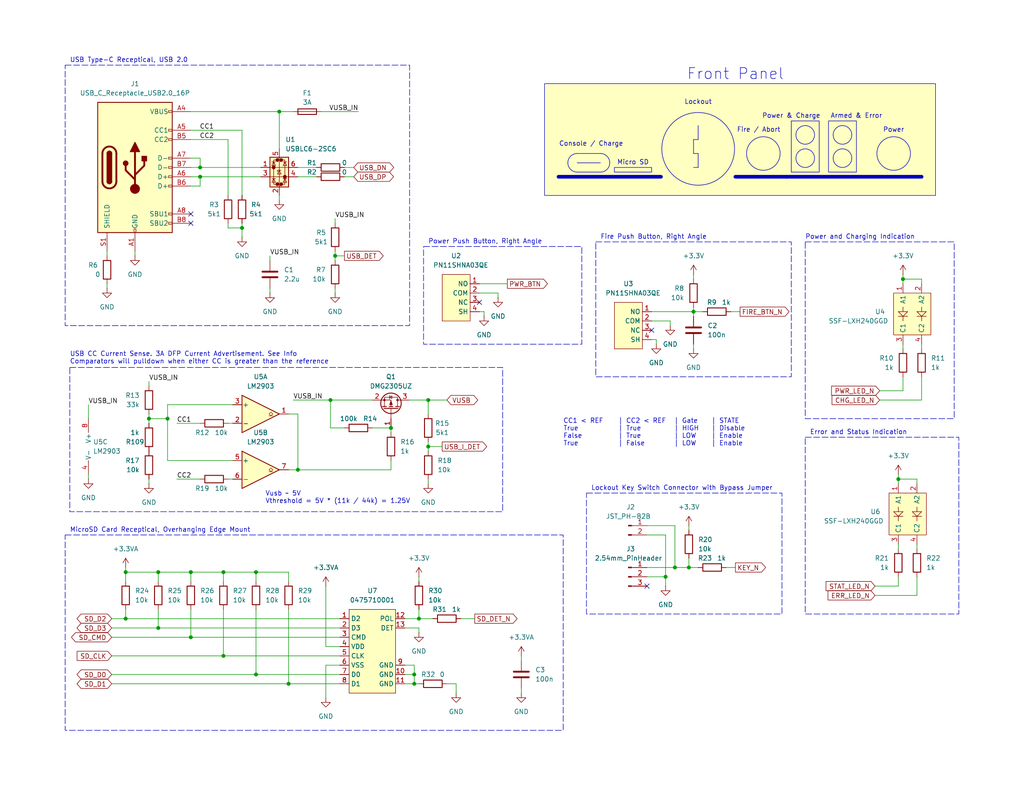
<source format=kicad_sch>
(kicad_sch (version 20231120) (generator "eeschema") (generator_version "8.0")
  (paper "A")
  (title_block (title "Unify") (date "2025-02-26") (rev "1") (company "Rocket Propulsion Group, UNL") (comment 1 "Jack Shaver"))
  (lib_symbols
    (symbol "Comparator:LM2903" (pin_names (offset 0.127))
      (property "Reference" "U" (at 3.81 3.81 0))
      (property "Value" "LM2903" (at 6.35 -3.81 0))
      (symbol "LM2903_1_1"
        (pin open_collector line (at 7.62 0 180) (length 2.54) (name "~") (number "1"))
        (pin input line (at -7.62 -2.54 0) (length 2.54) (name "-") (number "2"))
        (pin input line (at -7.62 2.54 0) (length 2.54) (name "+") (number "3"))
      )
      (symbol "LM2903_2_1"
        (pin input line (at -7.62 2.54 0) (length 2.54) (name "+") (number "5"))
        (pin input line (at -7.62 -2.54 0) (length 2.54) (name "-") (number "6"))
        (pin open_collector line (at 7.62 0 180) (length 2.54) (name "~") (number "7"))
      )
      (symbol "LM2903_3_1"
        (pin power_in line (at -2.54 -7.62 90) (length 3.81) (name "V-") (number "4"))
        (pin power_in line (at -2.54 7.62 270) (length 3.81) (name "V+") (number "8"))
      )
    )
    (symbol "Connector:Conn_01x02_Pin" (pin_names (offset 1.016) hide)
      (property "Reference" "J" (at 0 2.54 0))
      (property "Value" "Conn_01x02_Pin" (at 0 -5.08 0))
      (symbol "Conn_01x02_Pin_1_1"
        (pin passive line (at 5.08 0 180) (length 3.81) (name "Pin_1") (number "1"))
        (pin passive line (at 5.08 -2.54 180) (length 3.81) (name "Pin_2") (number "2"))
      )
    )
    (symbol "Connector:Conn_01x03_Pin" (pin_names (offset 1.016) hide)
      (property "Reference" "J" (at 0 5.08 0))
      (property "Value" "Conn_01x03_Pin" (at 0 -5.08 0))
      (symbol "Conn_01x03_Pin_1_1"
        (pin passive line (at 5.08 2.54 180) (length 3.81) (name "Pin_1") (number "1"))
        (pin passive line (at 5.08 0 180) (length 3.81) (name "Pin_2") (number "2"))
        (pin passive line (at 5.08 -2.54 180) (length 3.81) (name "Pin_3") (number "3"))
      )
    )
    (symbol "Connector:USB_C_Receptacle_USB2.0_16P" (pin_names (offset 1.016))
      (property "Reference" "J" (at 0 22.225 0))
      (property "Value" "USB_C_Receptacle_USB2.0_16P" (at 0 19.685 0))
      (symbol "USB_C_Receptacle_USB2.0_16P_1_1"
        (pin passive line (at 0 -22.86 90) (length 5.08) (name "GND") (number "A1"))
        (pin passive line (at 0 -22.86 90) (length 5.08) hide (name "GND") (number "A12"))
        (pin passive line (at 15.24 15.24 180) (length 5.08) (name "VBUS") (number "A4"))
        (pin bidirectional line (at 15.24 10.16 180) (length 5.08) (name "CC1") (number "A5"))
        (pin bidirectional line (at 15.24 -2.54 180) (length 5.08) (name "D+") (number "A6"))
        (pin bidirectional line (at 15.24 2.54 180) (length 5.08) (name "D-") (number "A7"))
        (pin bidirectional line (at 15.24 -12.7 180) (length 5.08) (name "SBU1") (number "A8"))
        (pin passive line (at 15.24 15.24 180) (length 5.08) hide (name "VBUS") (number "A9"))
        (pin passive line (at 0 -22.86 90) (length 5.08) hide (name "GND") (number "B1"))
        (pin passive line (at 0 -22.86 90) (length 5.08) hide (name "GND") (number "B12"))
        (pin passive line (at 15.24 15.24 180) (length 5.08) hide (name "VBUS") (number "B4"))
        (pin bidirectional line (at 15.24 7.62 180) (length 5.08) (name "CC2") (number "B5"))
        (pin bidirectional line (at 15.24 -5.08 180) (length 5.08) (name "D+") (number "B6"))
        (pin bidirectional line (at 15.24 0 180) (length 5.08) (name "D-") (number "B7"))
        (pin bidirectional line (at 15.24 -15.24 180) (length 5.08) (name "SBU2") (number "B8"))
        (pin passive line (at 15.24 15.24 180) (length 5.08) hide (name "VBUS") (number "B9"))
        (pin passive line (at -7.62 -22.86 90) (length 5.08) (name "SHIELD") (number "S1"))
      )
    )
    (symbol "Device:C" (pin_numbers hide) (pin_names (offset 0.254))
      (property "Reference" "C" (at 0.635 2.54 0))
      (property "Value" "C" (at 0.635 -2.54 0))
      (symbol "C_1_1"
        (pin passive line (at 0 3.81 270) (length 2.794) (name "~") (number "1"))
        (pin passive line (at 0 -3.81 90) (length 2.794) (name "~") (number "2"))
      )
    )
    (symbol "Device:Fuse" (pin_numbers hide) (pin_names (offset 0))
      (property "Reference" "F" (at 2.032 0 90))
      (property "Value" "Fuse" (at -1.905 0 90))
      (symbol "Fuse_1_1"
        (pin passive line (at 0 3.81 270) (length 1.27) (name "~") (number "1"))
        (pin passive line (at 0 -3.81 90) (length 1.27) (name "~") (number "2"))
      )
    )
    (symbol "Device:R" (pin_numbers hide) (pin_names (offset 0))
      (property "Reference" "R" (at 2.032 0 90))
      (property "Value" "R" (at 0 0 90))
      (symbol "R_1_1"
        (pin passive line (at 0 3.81 270) (length 1.27) (name "~") (number "1"))
        (pin passive line (at 0 -3.81 90) (length 1.27) (name "~") (number "2"))
      )
    )
    (symbol "Power_Protection:USBLC6-2SC6" (pin_names hide)
      (property "Reference" "U" (at 0.635 5.715 0))
      (property "Value" "USBLC6-2SC6" (at 0.635 3.81 0))
      (symbol "USBLC6-2SC6_1_1"
        (pin passive line (at -5.08 0 0) (length 2.54) (name "I/O1") (number "1"))
        (pin passive line (at 0 -7.62 90) (length 2.54) (name "GND") (number "2"))
        (pin passive line (at -5.08 -2.54 0) (length 2.54) (name "I/O2") (number "3"))
        (pin passive line (at 5.08 -2.54 180) (length 2.54) (name "I/O2") (number "4"))
        (pin passive line (at 0 5.08 270) (length 2.54) (name "VBUS") (number "5"))
        (pin passive line (at 5.08 0 180) (length 2.54) (name "I/O1") (number "6"))
      )
    )
    (symbol "Transistor_FET:DMG2301L" (pin_names hide)
      (property "Reference" "Q" (at 5.08 1.905 0))
      (property "Value" "DMG2301L" (at 5.08 0 0))
      (symbol "DMG2301L_1_1"
        (pin input line (at -5.08 0 0) (length 2.54) (name "G") (number "1"))
        (pin passive line (at 2.54 -5.08 90) (length 2.54) (name "S") (number "2"))
        (pin passive line (at 2.54 5.08 270) (length 2.54) (name "D") (number "3"))
      )
    )
    (symbol "Unify:0475710001"
      (property "Reference" "U" (at 8.382 5.842 0))
      (property "Value" "0475710001" (at 8.382 3.556 0))
      (symbol "0475710001_0_0"
        (pin unspecified line (at 0 0 0) (length 2.54) (name "D2") (number "1"))
        (pin unspecified line (at 17.78 -15.24 180) (length 2.54) (name "GND") (number "10"))
        (pin unspecified line (at 17.78 -17.78 180) (length 2.54) (name "GND") (number "11"))
        (pin unspecified line (at 17.78 0 180) (length 2.54) (name "POL") (number "12"))
        (pin unspecified line (at 17.78 -2.54 180) (length 2.54) (name "DET") (number "13"))
        (pin unspecified line (at 0 -2.54 0) (length 2.54) (name "D3") (number "2"))
        (pin unspecified line (at 0 -5.08 0) (length 2.54) (name "CMD") (number "3"))
        (pin unspecified line (at 0 -7.62 0) (length 2.54) (name "VDD") (number "4"))
        (pin unspecified line (at 0 -10.16 0) (length 2.54) (name "CLK") (number "5"))
        (pin unspecified line (at 0 -12.7 0) (length 2.54) (name "VSS") (number "6"))
        (pin unspecified line (at 0 -15.24 0) (length 2.54) (name "D0") (number "7"))
        (pin unspecified line (at 0 -17.78 0) (length 2.54) (name "D1") (number "8"))
        (pin unspecified line (at 17.78 -12.7 180) (length 2.54) (name "GND") (number "9"))
      )
    )
    (symbol "Unify:PN11SHNA03QE"
      (property "Reference" "U" (at 0.254 1.524 0))
      (property "Value" "PN11SHNA03QE" (at 0 -0.762 0))
      (symbol "PN11SHNA03QE_0_0"
        (pin unspecified line (at 6.35 -7.62 180) (length 2.54) (name "COM") (number "2"))
        (pin unspecified line (at 6.35 -10.16 180) (length 2.54) (name "NC") (number "3"))
      )
      (symbol "PN11SHNA03QE_1_0"
        (pin unspecified line (at 6.35 -5.08 180) (length 2.54) (name "NO") (number "1"))
        (pin unspecified line (at 6.35 -12.7 180) (length 2.54) (name "SH") (number "4"))
      )
    )
    (symbol "Unify:SSF-LXH240GGD"
      (property "Reference" "U" (at -9.906 2.286 0))
      (property "Value" "SSF-LXH240GGD" (at -15.24 0 0))
      (symbol "SSF-LXH240GGD_0_0"
        (pin unspecified line (at -2.54 6.35 270) (length 2.54) (name "A1") (number "1"))
        (pin unspecified line (at 2.54 6.35 270) (length 2.54) (name "A2") (number "2"))
        (pin unspecified line (at -2.54 -10.16 90) (length 2.54) (name "C1") (number "3"))
        (pin unspecified line (at 2.54 -10.16 90) (length 2.54) (name "C2") (number "4"))
      )
    )
    (symbol "power:+3.3V" (power) (pin_numbers hide) (pin_names (offset 0) hide)
      (property "Value" "+3.3V" (at 0 3.556 0))
      (symbol "+3.3V_1_1"
        (pin power_in line (at 0 0 90) (length 0) (name "~") (number "1"))
      )
    )
    (symbol "power:+3.3VA" (power) (pin_numbers hide) (pin_names (offset 0) hide)
      (property "Value" "+3.3VA" (at 0 3.556 0))
      (symbol "+3.3VA_1_1"
        (pin power_in line (at 0 0 90) (length 0) (name "~") (number "1"))
      )
    )
    (symbol "power:GND" (power) (pin_numbers hide) (pin_names (offset 0) hide)
      (property "Value" "GND" (at 0 -3.81 0))
      (symbol "GND_1_1"
        (pin power_in line (at 0 0 270) (length 0) (name "~") (number "1"))
      )
    )
  )
  (junction (at 43.18 156.21))
  (junction (at 52.07 173.99))
  (junction (at 113.03 186.69))
  (junction (at 40.64 114.3))
  (junction (at 90.17 109.22))
  (junction (at 45.72 114.3))
  (junction (at 60.96 156.21))
  (junction (at 189.23 85.09))
  (junction (at 43.18 171.45))
  (junction (at 245.11 130.81))
  (junction (at 116.84 121.92))
  (junction (at 113.03 184.15))
  (junction (at 116.84 109.22))
  (junction (at 54.61 45.72))
  (junction (at 66.04 62.23))
  (junction (at 76.2 30.48))
  (junction (at 52.07 156.21))
  (junction (at 69.85 184.15))
  (junction (at 34.29 168.91))
  (junction (at 69.85 156.21))
  (junction (at 106.68 116.84))
  (junction (at 181.61 157.48))
  (junction (at 81.28 128.27))
  (junction (at 60.96 179.07))
  (junction (at 91.44 69.85))
  (junction (at 114.3 168.91))
  (junction (at 34.29 156.21))
  (junction (at 187.96 154.94))
  (junction (at 184.15 154.94))
  (junction (at 54.61 48.26))
  (junction (at 78.74 186.69))
  (junction (at 246.38 76.2))
  (no_connect (at 52.07 58.42))
  (no_connect (at 52.07 60.96))
  (no_connect (at 130.81 82.55))
  (no_connect (at 176.53 160.02))
  (no_connect (at 177.8 90.17))
  (wire (pts (xy 181.61 157.48) (xy 181.61 160.02)))
  (wire (pts (xy 251.46 77.47) (xy 251.46 76.2)))
  (wire (pts (xy 110.49 186.69) (xy 113.03 186.69)))
  (wire (pts (xy 52.07 166.37) (xy 52.07 173.99)))
  (wire (pts (xy 91.44 80.01) (xy 91.44 78.74)))
  (wire (pts (xy 60.96 166.37) (xy 60.96 179.07)))
  (wire (pts (xy 30.48 171.45) (xy 43.18 171.45)))
  (wire (pts (xy 189.23 74.93) (xy 189.23 76.2)))
  (polyline (pts (xy 189.23 45.72) (xy 190.5 45.72)))
  (wire (pts (xy 189.23 85.09) (xy 191.77 85.09)))
  (wire (pts (xy 40.64 104.14) (xy 40.64 105.41)))
  (wire (pts (xy 91.44 69.85) (xy 91.44 71.12)))
  (wire (pts (xy 81.28 113.03) (xy 81.28 128.27)))
  (polyline (pts (xy 190.5 38.1) (xy 189.23 38.1)))
  (wire (pts (xy 246.38 95.25) (xy 246.38 93.98)))
  (wire (pts (xy 66.04 62.23) (xy 66.04 64.77)))
  (wire (pts (xy 24.13 130.81) (xy 24.13 129.54)))
  (wire (pts (xy 177.8 85.09) (xy 189.23 85.09)))
  (wire (pts (xy 48.26 130.81) (xy 54.61 130.81)))
  (polyline (pts (xy 189.23 38.1) (xy 189.23 41.91)))
  (wire (pts (xy 116.84 120.65) (xy 116.84 121.92)))
  (wire (pts (xy 78.74 158.75) (xy 78.74 156.21)))
  (wire (pts (xy 66.04 53.34) (xy 66.04 35.56)))
  (wire (pts (xy 54.61 45.72) (xy 71.12 45.72)))
  (wire (pts (xy 130.81 77.47) (xy 138.43 77.47)))
  (wire (pts (xy 250.19 130.81) (xy 245.11 130.81)))
  (wire (pts (xy 62.23 53.34) (xy 62.23 38.1)))
  (wire (pts (xy 245.11 129.54) (xy 245.11 130.81)))
  (polyline (pts (xy 190.5 34.29) (xy 190.5 38.1)))
  (wire (pts (xy 62.23 115.57) (xy 63.5 115.57)))
  (wire (pts (xy 179.07 92.71) (xy 179.07 93.98)))
  (wire (pts (xy 113.03 186.69) (xy 114.3 186.69)))
  (wire (pts (xy 250.19 148.59) (xy 250.19 149.86)))
  (wire (pts (xy 52.07 30.48) (xy 76.2 30.48)))
  (wire (pts (xy 130.81 80.01) (xy 135.89 80.01)))
  (wire (pts (xy 189.23 93.98) (xy 189.23 95.25)))
  (wire (pts (xy 116.84 130.81) (xy 116.84 132.08)))
  (wire (pts (xy 40.64 114.3) (xy 45.72 114.3)))
  (wire (pts (xy 184.15 143.51) (xy 184.15 154.94)))
  (wire (pts (xy 93.98 45.72) (xy 96.52 45.72)))
  (wire (pts (xy 245.11 148.59) (xy 245.11 149.86)))
  (wire (pts (xy 30.48 168.91) (xy 34.29 168.91)))
  (wire (pts (xy 40.64 113.03) (xy 40.64 114.3)))
  (wire (pts (xy 114.3 166.37) (xy 114.3 168.91)))
  (wire (pts (xy 135.89 80.01) (xy 135.89 81.28)))
  (wire (pts (xy 176.53 146.05) (xy 181.61 146.05)))
  (wire (pts (xy 30.48 186.69) (xy 78.74 186.69)))
  (wire (pts (xy 62.23 60.96) (xy 62.23 62.23)))
  (wire (pts (xy 91.44 59.69) (xy 91.44 60.96)))
  (wire (pts (xy 121.92 186.69) (xy 124.46 186.69)))
  (wire (pts (xy 52.07 50.8) (xy 54.61 50.8)))
  (wire (pts (xy 198.12 154.94) (xy 200.66 154.94)))
  (wire (pts (xy 110.49 168.91) (xy 114.3 168.91)))
  (wire (pts (xy 92.71 181.61) (xy 88.9 181.61)))
  (wire (pts (xy 238.76 160.02) (xy 245.11 160.02)))
  (wire (pts (xy 81.28 45.72) (xy 86.36 45.72)))
  (wire (pts (xy 66.04 60.96) (xy 66.04 62.23)))
  (wire (pts (xy 40.64 115.57) (xy 40.64 114.3)))
  (wire (pts (xy 36.83 68.58) (xy 36.83 69.85)))
  (wire (pts (xy 43.18 171.45) (xy 92.71 171.45)))
  (wire (pts (xy 52.07 45.72) (xy 54.61 45.72)))
  (wire (pts (xy 187.96 154.94) (xy 190.5 154.94)))
  (wire (pts (xy 69.85 156.21) (xy 69.85 158.75)))
  (wire (pts (xy 52.07 35.56) (xy 66.04 35.56)))
  (wire (pts (xy 81.28 128.27) (xy 106.68 128.27)))
  (wire (pts (xy 177.8 92.71) (xy 179.07 92.71)))
  (wire (pts (xy 30.48 179.07) (xy 60.96 179.07)))
  (wire (pts (xy 69.85 166.37) (xy 69.85 184.15)))
  (wire (pts (xy 91.44 69.85) (xy 93.98 69.85)))
  (wire (pts (xy 76.2 30.48) (xy 80.01 30.48)))
  (wire (pts (xy 48.26 115.57) (xy 54.61 115.57)))
  (wire (pts (xy 132.08 85.09) (xy 132.08 86.36)))
  (wire (pts (xy 52.07 173.99) (xy 92.71 173.99)))
  (wire (pts (xy 54.61 48.26) (xy 54.61 50.8)))
  (wire (pts (xy 246.38 74.93) (xy 246.38 76.2)))
  (wire (pts (xy 52.07 38.1) (xy 62.23 38.1)))
  (wire (pts (xy 189.23 85.09) (xy 189.23 86.36)))
  (wire (pts (xy 245.11 130.81) (xy 245.11 132.08)))
  (wire (pts (xy 250.19 132.08) (xy 250.19 130.81)))
  (wire (pts (xy 142.24 179.07) (xy 142.24 180.34)))
  (wire (pts (xy 182.88 87.63) (xy 182.88 88.9)))
  (wire (pts (xy 142.24 187.96) (xy 142.24 189.23)))
  (wire (pts (xy 88.9 160.02) (xy 88.9 176.53)))
  (polyline (pts (xy 189.23 41.91) (xy 190.5 41.91)))
  (wire (pts (xy 69.85 184.15) (xy 92.71 184.15)))
  (wire (pts (xy 88.9 181.61) (xy 88.9 190.5)))
  (polyline (pts (xy 152.4 48.26) (xy 180.34 48.26)) (stroke (width 1)))
  (wire (pts (xy 114.3 157.48) (xy 114.3 158.75)))
  (wire (pts (xy 116.84 109.22) (xy 116.84 113.03)))
  (wire (pts (xy 189.23 83.82) (xy 189.23 85.09)))
  (wire (pts (xy 76.2 53.34) (xy 76.2 54.61)))
  (wire (pts (xy 130.81 85.09) (xy 132.08 85.09)))
  (wire (pts (xy 34.29 156.21) (xy 34.29 158.75)))
  (wire (pts (xy 78.74 128.27) (xy 81.28 128.27)))
  (wire (pts (xy 106.68 116.84) (xy 106.68 118.11)))
  (wire (pts (xy 97.79 30.48) (xy 87.63 30.48)))
  (wire (pts (xy 66.04 62.23) (xy 62.23 62.23)))
  (wire (pts (xy 40.64 130.81) (xy 40.64 132.08)))
  (wire (pts (xy 30.48 173.99) (xy 52.07 173.99)))
  (wire (pts (xy 176.53 143.51) (xy 184.15 143.51)))
  (wire (pts (xy 76.2 30.48) (xy 76.2 40.64)))
  (wire (pts (xy 251.46 102.87) (xy 251.46 109.22)))
  (polyline (pts (xy 157.48 44.45) (xy 163.83 44.45)))
  (wire (pts (xy 114.3 171.45) (xy 114.3 172.72)))
  (wire (pts (xy 43.18 166.37) (xy 43.18 171.45)))
  (wire (pts (xy 78.74 113.03) (xy 81.28 113.03)))
  (wire (pts (xy 91.44 68.58) (xy 91.44 69.85)))
  (wire (pts (xy 246.38 76.2) (xy 246.38 77.47)))
  (wire (pts (xy 62.23 130.81) (xy 63.5 130.81)))
  (polyline (pts (xy 157.48 46.99) (xy 163.83 46.99)))
  (wire (pts (xy 52.07 156.21) (xy 52.07 158.75)))
  (wire (pts (xy 88.9 176.53) (xy 92.71 176.53)))
  (wire (pts (xy 93.98 116.84) (xy 90.17 116.84)))
  (wire (pts (xy 110.49 171.45) (xy 114.3 171.45)))
  (wire (pts (xy 181.61 146.05) (xy 181.61 157.48)))
  (wire (pts (xy 116.84 109.22) (xy 111.76 109.22)))
  (wire (pts (xy 52.07 156.21) (xy 43.18 156.21)))
  (wire (pts (xy 54.61 43.18) (xy 54.61 45.72)))
  (wire (pts (xy 238.76 162.56) (xy 250.19 162.56)))
  (wire (pts (xy 34.29 154.94) (xy 34.29 156.21)))
  (wire (pts (xy 113.03 184.15) (xy 113.03 186.69)))
  (wire (pts (xy 101.6 116.84) (xy 106.68 116.84)))
  (wire (pts (xy 240.03 106.68) (xy 246.38 106.68)))
  (wire (pts (xy 45.72 114.3) (xy 45.72 125.73)))
  (wire (pts (xy 54.61 48.26) (xy 71.12 48.26)))
  (wire (pts (xy 29.21 77.47) (xy 29.21 78.74)))
  (wire (pts (xy 176.53 157.48) (xy 181.61 157.48)))
  (wire (pts (xy 43.18 156.21) (xy 34.29 156.21)))
  (wire (pts (xy 73.66 69.85) (xy 73.66 71.12)))
  (wire (pts (xy 199.39 85.09) (xy 201.93 85.09)))
  (wire (pts (xy 24.13 110.49) (xy 24.13 114.3)))
  (polyline (pts (xy 214.63 48.26) (xy 251.46 48.26)) (stroke (width 1)))
  (wire (pts (xy 113.03 181.61) (xy 113.03 184.15)))
  (wire (pts (xy 52.07 48.26) (xy 54.61 48.26)))
  (wire (pts (xy 90.17 109.22) (xy 101.6 109.22)))
  (wire (pts (xy 78.74 186.69) (xy 92.71 186.69)))
  (wire (pts (xy 245.11 157.48) (xy 245.11 160.02)))
  (wire (pts (xy 177.8 87.63) (xy 182.88 87.63)))
  (wire (pts (xy 184.15 154.94) (xy 187.96 154.94)))
  (wire (pts (xy 250.19 162.56) (xy 250.19 157.48)))
  (wire (pts (xy 45.72 110.49) (xy 45.72 114.3)))
  (wire (pts (xy 125.73 168.91) (xy 129.54 168.91)))
  (wire (pts (xy 120.65 121.92) (xy 116.84 121.92)))
  (polyline (pts (xy 190.5 41.91) (xy 190.5 45.72)))
  (wire (pts (xy 43.18 156.21) (xy 43.18 158.75)))
  (wire (pts (xy 251.46 95.25) (xy 251.46 93.98)))
  (wire (pts (xy 81.28 48.26) (xy 86.36 48.26)))
  (wire (pts (xy 90.17 116.84) (xy 90.17 109.22)))
  (wire (pts (xy 34.29 168.91) (xy 92.71 168.91)))
  (wire (pts (xy 187.96 143.51) (xy 187.96 144.78)))
  (wire (pts (xy 73.66 80.01) (xy 73.66 78.74)))
  (wire (pts (xy 45.72 125.73) (xy 63.5 125.73)))
  (wire (pts (xy 116.84 109.22) (xy 121.92 109.22)))
  (wire (pts (xy 60.96 156.21) (xy 52.07 156.21)))
  (wire (pts (xy 78.74 156.21) (xy 69.85 156.21)))
  (wire (pts (xy 187.96 152.4) (xy 187.96 154.94)))
  (wire (pts (xy 69.85 156.21) (xy 60.96 156.21)))
  (wire (pts (xy 80.01 109.22) (xy 90.17 109.22)))
  (wire (pts (xy 106.68 125.73) (xy 106.68 128.27)))
  (wire (pts (xy 60.96 156.21) (xy 60.96 158.75)))
  (polyline (pts (xy 200.66 48.26) (xy 214.63 48.26)) (stroke (width 1)))
  (wire (pts (xy 34.29 166.37) (xy 34.29 168.91)))
  (wire (pts (xy 52.07 43.18) (xy 54.61 43.18)))
  (wire (pts (xy 110.49 181.61) (xy 113.03 181.61)))
  (wire (pts (xy 93.98 48.26) (xy 96.52 48.26)))
  (wire (pts (xy 176.53 154.94) (xy 184.15 154.94)))
  (wire (pts (xy 251.46 109.22) (xy 240.03 109.22)))
  (wire (pts (xy 124.46 186.69) (xy 124.46 189.23)))
  (polyline (pts (xy 157.48 41.91) (xy 163.83 41.91)))
  (wire (pts (xy 30.48 184.15) (xy 69.85 184.15)))
  (wire (pts (xy 246.38 102.87) (xy 246.38 106.68)))
  (wire (pts (xy 116.84 121.92) (xy 116.84 123.19)))
  (wire (pts (xy 110.49 184.15) (xy 113.03 184.15)))
  (wire (pts (xy 251.46 76.2) (xy 246.38 76.2)))
  (wire (pts (xy 114.3 168.91) (xy 118.11 168.91)))
  (wire (pts (xy 29.21 68.58) (xy 29.21 69.85)))
  (wire (pts (xy 78.74 166.37) (xy 78.74 186.69)))
  (wire (pts (xy 60.96 179.07) (xy 92.71 179.07)))
  (wire (pts (xy 63.5 110.49) (xy 45.72 110.49)))
  (arc (start 154.94 44.45) (mid 155.6839 42.6539) (end 157.48 41.91))
  (circle (center 229.87 36.83) (radius 2.54))
  (rectangle (start 115.57 67.31) (end 158.75 93.98) (stroke (width 0) (type dash)))
  (rectangle (start 148.59 22.86) (end 255.27 53.34) (fill (type color) (color 255 255 194 1)))
  (rectangle (start 160.02 134.62) (end 213.36 167.64) (stroke (width 0) (type dash)))
  (rectangle (start 167.64 45.72) (end 177.8 46.99))
  (arc (start 163.83 41.91) (mid 165.6261 42.6539) (end 166.37 44.45))
  (rectangle (start 19.05 100.33) (end 137.16 139.7) (stroke (width 0) (type dash)))
  (rectangle (start 215.9 33.02) (end 223.52 46.99))
  (arc (start 157.48 46.99) (mid 155.6839 46.2461) (end 154.94 44.45))
  (rectangle (start 162.56 66.04) (end 215.9 102.87) (stroke (width 0) (type dash)))
  (circle (center 219.71 43.18) (radius 2.54))
  (rectangle (start 17.78 17.78) (end 111.76 88.9) (stroke (width 0) (type dash)))
  (circle (center 229.87 43.18) (radius 2.54))
  (circle (center 243.84 41.91) (radius 4.5791))
  (arc (start 166.37 44.45) (mid 165.6261 46.2461) (end 163.83 46.99))
  (rectangle (start 219.71 119.38) (end 261.62 167.64) (stroke (width 0) (type dash)))
  (circle (center 219.71 36.83) (radius 2.54))
  (circle (center 208.28 41.91) (radius 4.5791))
  (rectangle (start 219.71 66.04) (end 260.35 114.3) (stroke (width 0) (type dash)))
  (rectangle (start 17.78 146.05) (end 153.67 199.39) (stroke (width 0) (type dash)))
  (circle (center 190.5 40.64) (radius 9.919))
  (rectangle (start 226.06 33.02) (end 233.68 46.99))
  (text "Fire Push Button, Right Angle " (at 163.83 64.77 0) (effects (font (size 1.27 1.27)) (justify left)))
  (text "Vusb ~ 5V\nVthreshold = 5V * (11k / 44k) = 1.25V" (at 72.39 135.89 0) (effects (font (size 1.27 1.27)) (justify left)))
  (text "MicroSD Card Receptical, Overhanging Edge Mount" (at 19.05 144.78 0) (effects (font (size 1.27 1.27)) (justify left)))
  (text "USB Type-C Receptical, USB 2.0" (at 19.05 16.51 0) (effects (font (size 1.27 1.27)) (justify left)))
  (text "Console / Charge" (at 161.29 39.37 0) (effects (font (size 1.27 1.27))))
  (text "USB CC Current Sense. 3A DFP Current Advertisement. See Info\nComparators will pulldown when either CC is greater than the reference\n" (at 19.05 97.79 0) (effects (font (size 1.27 1.27)) (justify left)))
  (text "Micro SD\n" (at 172.72 44.45 0) (effects (font (size 1.27 1.27))))
  (text "Error and Status Indication" (at 220.98 118.11 0) (effects (font (size 1.27 1.27)) (justify left)))
  (text "Power\n" (at 243.84 35.56 0) (effects (font (size 1.27 1.27))))
  (text "Armed & Error" (at 233.68 31.75 0) (effects (font (size 1.27 1.27))))
  (text "Front Panel" (at 200.66 20.32 0) (effects (font (size 3 3))))
  (text "CC1 < REF	| CC2 < REF	| Gate	| STATE\nTrue		| True		| HIGH	| Disable\nFalse		| True		| LOW	| Enable\nTrue		| False		| LOW	| Enable\n" (at 153.67 118.11 0) (effects (font (size 1.27 1.27)) (justify left)))
  (text "Lockout Key Switch Connector with Bypass Jumper" (at 161.29 133.35 0) (effects (font (size 1.27 1.27)) (justify left)))
  (text "Power and Charging Indication" (at 219.71 64.77 0) (effects (font (size 1.27 1.27)) (justify left)))
  (text "Power Push Button, Right Angle " (at 116.84 66.04 0) (effects (font (size 1.27 1.27)) (justify left)))
  (text "Lockout\n" (at 190.5 27.94 0) (effects (font (size 1.27 1.27))))
  (text "Power & Charge" (at 215.9 31.75 0) (effects (font (size 1.27 1.27))))
  (text "Fire / Abort" (at 207.01 35.56 0) (effects (font (size 1.27 1.27))))
  (label "VUSB_IN" (at 91.44 59.69 0))
  (label "CC2" (at 58.42 38.1 180))
  (label "VUSB_IN" (at 24.13 110.49 0))
  (label "VUSB_IN" (at 73.66 69.85 0))
  (label "VUSB_IN" (at 97.79 30.48 180))
  (label "VUSB_IN" (at 80.01 109.22 0))
  (label "CC1" (at 48.26 115.57 0))
  (label "VUSB_IN" (at 40.64 104.14 0))
  (label "CC2" (at 48.26 130.81 0))
  (label "CC1" (at 58.42 35.56 180))
  (global_label "USB_DP" (shape bidirectional) (at 96.52 48.26 0) (property "Intersheetrefs" "${INTERSHEET_REFS}" (effects (hide yes))))
  (global_label "PWR_BTN" (shape output) (at 138.43 77.47 0) (property "Intersheetrefs" "${INTERSHEET_REFS}" (effects (hide yes))))
  (global_label "STAT_LED_N" (shape input) (at 238.76 160.02 180) (property "Intersheetrefs" "${INTERSHEET_REFS}" (effects (hide yes))))
  (global_label "SD_D3" (shape bidirectional) (at 30.48 171.45 180) (property "Intersheetrefs" "${INTERSHEET_REFS}" (effects (hide yes))))
  (global_label "FIRE_BTN_N" (shape output) (at 201.93 85.09 0) (property "Intersheetrefs" "${INTERSHEET_REFS}" (effects (hide yes))))
  (global_label "SD_CLK" (shape input) (at 30.48 179.07 180) (property "Intersheetrefs" "${INTERSHEET_REFS}" (effects (hide yes))))
  (global_label "KEY_N" (shape output) (at 200.66 154.94 0) (property "Intersheetrefs" "${INTERSHEET_REFS}" (effects (hide yes))))
  (global_label "ERR_LED_N" (shape input) (at 238.76 162.56 180) (property "Intersheetrefs" "${INTERSHEET_REFS}" (effects (hide yes))))
  (global_label "CHG_LED_N" (shape input) (at 240.03 109.22 180) (property "Intersheetrefs" "${INTERSHEET_REFS}" (effects (hide yes))))
  (global_label "USB_DN" (shape bidirectional) (at 96.52 45.72 0) (property "Intersheetrefs" "${INTERSHEET_REFS}" (effects (hide yes))))
  (global_label "VUSB" (shape bidirectional) (at 121.92 109.22 0) (property "Intersheetrefs" "${INTERSHEET_REFS}" (effects (hide yes))))
  (global_label "USB_I_DET" (shape output) (at 120.65 121.92 0) (property "Intersheetrefs" "${INTERSHEET_REFS}" (effects (hide yes))))
  (global_label "SD_CMD" (shape bidirectional) (at 30.48 173.99 180) (property "Intersheetrefs" "${INTERSHEET_REFS}" (effects (hide yes))))
  (global_label "USB_DET" (shape output) (at 93.98 69.85 0) (property "Intersheetrefs" "${INTERSHEET_REFS}" (effects (hide yes))))
  (global_label "PWR_LED_N" (shape input) (at 240.03 106.68 180) (property "Intersheetrefs" "${INTERSHEET_REFS}" (effects (hide yes))))
  (global_label "SD_D2" (shape bidirectional) (at 30.48 168.91 180) (property "Intersheetrefs" "${INTERSHEET_REFS}" (effects (hide yes))))
  (global_label "SD_D0" (shape bidirectional) (at 30.48 184.15 180) (property "Intersheetrefs" "${INTERSHEET_REFS}" (effects (hide yes))))
  (global_label "SD_D1" (shape bidirectional) (at 30.48 186.69 180) (property "Intersheetrefs" "${INTERSHEET_REFS}" (effects (hide yes))))
  (global_label "SD_DET_N" (shape output) (at 129.54 168.91 0) (property "Intersheetrefs" "${INTERSHEET_REFS}" (effects (hide yes))))
  (symbol (lib_id "Comparator:LM2903") (at 71.12 128.27 0) (unit 2)
    (property "Reference" "U5" (at 71.12 118.11 0))
    (property "Value" "LM2903" (at 71.12 120.65 0))
    (property "Footprint" "Package_SO:SOIC-8_3.9x4.9mm_P1.27mm" (effects (hide yes)))
    (property "Datasheet" "http://www.ti.com/lit/ds/symlink/lm393.pdf" (effects (hide yes)))
    (property "Description" "Low-Power, Low-Offset Voltage, Dual Comparators, DIP-8/SOIC-8/SOP-8/TSSOP-8/VSSOP-8" (effects (hide yes)))
  )
  (symbol (lib_id "power:+3.3VA") (at 34.29 154.94 0) (unit 1)
    (property "Reference" "#PWR017" (effects (hide yes)))
    (property "Value" "+3.3VA" (at 34.29 149.86 0))
    (property "Description" "Power symbol creates a global label with name \"+3.3VA\"" (effects (hide yes)))
  )
  (symbol (lib_id "Device:R") (at 69.85 162.56 0) (unit 1)
    (property "Reference" "R28" (at 72.39 161.2899 0) (effects (justify left)))
    (property "Value" "10k" (at 72.39 163.8299 0) (effects (justify left)))
    (property "Footprint" "Resistor_SMD:R_0603_1608Metric" (effects (hide yes)))
    (property "Description" "Resistor" (effects (hide yes)))
  )
  (symbol (lib_id "Transistor_FET:DMG2301L") (at 106.68 111.76 270) (mirror x) (unit 1)
    (property "Reference" "Q1" (at 106.68 102.87 90))
    (property "Value" "DMG2305UZ" (at 106.68 105.41 90))
    (property "Footprint" "Package_TO_SOT_SMD:SOT-23" (effects (hide yes)))
    (property "Description" "-4.2A Id, -20V Vds, P-Channel MOSFET, SOT-23" (effects (hide yes)))
  )
  (symbol (lib_id "Device:C") (at 73.66 74.93 0) (unit 1)
    (property "Reference" "C1" (at 77.47 73.6599 0) (effects (justify left)))
    (property "Value" "2.2u" (at 77.47 76.1999 0) (effects (justify left)))
    (property "Footprint" "Capacitor_SMD:C_0603_1608Metric" (effects (hide yes)))
    (property "Description" "Unpolarized capacitor" (effects (hide yes)))
  )
  (symbol (lib_id "Device:R") (at 40.64 119.38 0) (mirror x) (unit 1)
    (property "Reference" "R109" (at 34.29 120.65 0) (effects (justify left)))
    (property "Value" "1k" (at 35.56 118.11 0) (effects (justify left)))
    (property "Footprint" "Resistor_SMD:R_0603_1608Metric" (effects (hide yes)))
    (property "Description" "Resistor" (effects (hide yes)))
  )
  (symbol (lib_id "power:GND") (at 135.89 81.28 0) (mirror y) (unit 1)
    (property "Reference" "#PWR09" (effects (hide yes)))
    (property "Value" "GND" (at 135.89 86.36 0))
    (property "Description" "Power symbol creates a global label with name \"GND\" , ground" (effects (hide yes)))
  )
  (symbol (lib_id "Device:R") (at 246.38 99.06 0) (mirror y) (unit 1)
    (property "Reference" "R10" (at 243.84 97.7899 0) (effects (justify left)))
    (property "Value" "1k" (at 243.84 100.3299 0) (effects (justify left)))
    (property "Footprint" "Resistor_SMD:R_0603_1608Metric" (effects (hide yes)))
    (property "Description" "Resistor" (effects (hide yes)))
  )
  (symbol (lib_id "Device:R") (at 90.17 45.72 90) (unit 1)
    (property "Reference" "R1" (at 85.09 44.45 90))
    (property "Value" "0" (at 93.98 44.45 90))
    (property "Footprint" "Resistor_SMD:R_0603_1608Metric" (effects (hide yes)))
    (property "Description" "Resistor" (effects (hide yes)))
  )
  (symbol (lib_id "power:GND") (at 142.24 189.23 0) (unit 1)
    (property "Reference" "#PWR024" (effects (hide yes)))
    (property "Value" "GND" (at 142.24 194.31 0))
    (property "Description" "Power symbol creates a global label with name \"GND\" , ground" (effects (hide yes)))
  )
  (symbol (lib_id "Comparator:LM2903") (at 71.12 113.03 0) (unit 1)
    (property "Reference" "U5" (at 71.12 102.87 0))
    (property "Value" "LM2903" (at 71.12 105.41 0))
    (property "Footprint" "Package_SO:SOIC-8_3.9x4.9mm_P1.27mm" (effects (hide yes)))
    (property "Datasheet" "http://www.ti.com/lit/ds/symlink/lm393.pdf" (effects (hide yes)))
    (property "Description" "Low-Power, Low-Offset Voltage, Dual Comparators, DIP-8/SOIC-8/SOP-8/TSSOP-8/VSSOP-8" (effects (hide yes)))
  )
  (symbol (lib_id "Device:R") (at 40.64 109.22 0) (mirror y) (unit 1)
    (property "Reference" "R13" (at 38.1 107.9499 0) (effects (justify left)))
    (property "Value" "33k" (at 38.1 110.4899 0) (effects (justify left)))
    (property "Footprint" "Resistor_SMD:R_0603_1608Metric" (effects (hide yes)))
    (property "Description" "Resistor" (effects (hide yes)))
  )
  (symbol (lib_id "Unify:SSF-LXH240GGD") (at 248.92 83.82 0) (unit 1)
    (property "Reference" "U4" (at 238.76 85.09 0) (effects (justify left)))
    (property "Value" "SSF-LXH240GGD" (at 226.06 87.63 0) (effects (justify left)))
    (property "Footprint" "Unify:SSF-LXH240GGD" (effects (hide yes)))
    (property "Description" "Dual Green LED Indicator" (effects (hide yes)))
  )
  (symbol (lib_id "Device:R") (at 97.79 116.84 270) (unit 1)
    (property "Reference" "R14" (at 99.06 114.3 90) (effects (justify left)))
    (property "Value" "100k" (at 92.71 114.3 90) (effects (justify left)))
    (property "Footprint" "Resistor_SMD:R_0603_1608Metric" (effects (hide yes)))
    (property "Description" "Resistor" (effects (hide yes)))
  )
  (symbol (lib_id "Device:R") (at 116.84 116.84 0) (mirror y) (unit 1)
    (property "Reference" "R15" (at 120.65 115.57 0))
    (property "Value" "5k1" (at 120.65 118.11 0))
    (property "Footprint" "Resistor_SMD:R_0603_1608Metric" (effects (hide yes)))
    (property "Description" "Resistor" (effects (hide yes)))
  )
  (symbol (lib_id "Device:R") (at 121.92 168.91 90) (mirror x) (unit 1)
    (property "Reference" "R31" (at 121.92 166.37 90) (effects (justify left)))
    (property "Value" "1k" (at 125.73 166.37 90) (effects (justify left)))
    (property "Footprint" "Resistor_SMD:R_0603_1608Metric" (effects (hide yes)))
    (property "Description" "Resistor" (effects (hide yes)))
  )
  (symbol (lib_id "Device:R") (at 43.18 162.56 0) (unit 1)
    (property "Reference" "R25" (at 45.72 161.2899 0) (effects (justify left)))
    (property "Value" "10k" (at 45.72 163.8299 0) (effects (justify left)))
    (property "Footprint" "Resistor_SMD:R_0603_1608Metric" (effects (hide yes)))
    (property "Description" "Resistor" (effects (hide yes)))
  )
  (symbol (lib_id "power:GND") (at 24.13 130.81 0) (unit 1)
    (property "Reference" "#PWR013" (effects (hide yes)))
    (property "Value" "GND" (at 24.13 135.89 0))
    (property "Description" "Power symbol creates a global label with name \"GND\" , ground" (effects (hide yes)))
  )
  (symbol (lib_id "power:+3.3V") (at 187.96 143.51 0) (unit 1)
    (property "Reference" "#PWR016" (effects (hide yes)))
    (property "Value" "+3.3V" (at 187.96 138.43 0))
    (property "Description" "Power symbol creates a global label with name \"+3.3V\"" (effects (hide yes)))
  )
  (symbol (lib_id "Device:C") (at 189.23 90.17 0) (unit 1)
    (property "Reference" "C2" (at 193.04 88.8999 0) (effects (justify left)))
    (property "Value" "100n" (at 193.04 91.4399 0) (effects (justify left)))
    (property "Footprint" "Capacitor_SMD:C_0603_1608Metric" (effects (hide yes)))
    (property "Description" "Unpolarized capacitor" (effects (hide yes)))
  )
  (symbol (lib_id "power:+3.3V") (at 245.11 129.54 0) (unit 1)
    (property "Reference" "#PWR012" (effects (hide yes)))
    (property "Value" "+3.3V" (at 245.11 124.46 0))
    (property "Description" "Power symbol creates a global label with name \"+3.3V\"" (effects (hide yes)))
  )
  (symbol (lib_id "Device:R") (at 114.3 162.56 0) (unit 1)
    (property "Reference" "R30" (at 116.84 161.2899 0) (effects (justify left)))
    (property "Value" "10k" (at 116.84 163.8299 0) (effects (justify left)))
    (property "Footprint" "Resistor_SMD:R_0603_1608Metric" (effects (hide yes)))
    (property "Description" "Resistor" (effects (hide yes)))
  )
  (symbol (lib_id "Comparator:LM2903") (at 26.67 121.92 0) (unit 3)
    (property "Reference" "U5" (at 25.4 120.6499 0) (effects (justify left)))
    (property "Value" "LM2903" (at 25.4 123.1899 0) (effects (justify left)))
    (property "Footprint" "Package_SO:SOIC-8_3.9x4.9mm_P1.27mm" (effects (hide yes)))
    (property "Datasheet" "http://www.ti.com/lit/ds/symlink/lm393.pdf" (effects (hide yes)))
    (property "Description" "Low-Power, Low-Offset Voltage, Dual Comparators, DIP-8/SOIC-8/SOP-8/TSSOP-8/VSSOP-8" (effects (hide yes)))
  )
  (symbol (lib_id "Device:R") (at 187.96 148.59 0) (unit 1)
    (property "Reference" "R20" (at 190.5 147.3199 0) (effects (justify left)))
    (property "Value" "10k" (at 190.5 149.8599 0) (effects (justify left)))
    (property "Footprint" "Resistor_SMD:R_0603_1608Metric" (effects (hide yes)))
    (property "Description" "Resistor" (effects (hide yes)))
  )
  (symbol (lib_id "Unify:0475710001") (at 92.71 168.91 0) (unit 1)
    (property "Reference" "U7" (at 101.6 161.29 0))
    (property "Value" "0475710001" (at 101.6 163.83 0))
    (property "Footprint" "Unify:47571-0001_MOL" (effects (hide yes)))
    (property "Description" "Micro SD Card Receptical, Right Angle, Detection" (effects (hide yes)))
  )
  (symbol (lib_id "power:GND") (at 179.07 93.98 0) (mirror y) (unit 1)
    (property "Reference" "#PWR0196" (effects (hide yes)))
    (property "Value" "GND" (at 179.07 99.06 0))
    (property "Description" "Power symbol creates a global label with name \"GND\" , ground" (effects (hide yes)))
  )
  (symbol (lib_id "power:GND") (at 116.84 132.08 0) (unit 1)
    (property "Reference" "#PWR015" (effects (hide yes)))
    (property "Value" "GND" (at 116.84 137.16 0))
    (property "Description" "Power symbol creates a global label with name \"GND\" , ground" (effects (hide yes)))
  )
  (symbol (lib_id "power:GND") (at 76.2 54.61 0) (unit 1)
    (property "Reference" "#PWR01" (effects (hide yes)))
    (property "Value" "GND" (at 76.2 59.69 0))
    (property "Description" "Power symbol creates a global label with name \"GND\" , ground" (effects (hide yes)))
  )
  (symbol (lib_id "Device:C") (at 142.24 184.15 0) (unit 1)
    (property "Reference" "C3" (at 146.05 182.8799 0) (effects (justify left)))
    (property "Value" "100n" (at 146.05 185.4199 0) (effects (justify left)))
    (property "Footprint" "Capacitor_SMD:C_0603_1608Metric" (effects (hide yes)))
    (property "Description" "Unpolarized capacitor" (effects (hide yes)))
  )
  (symbol (lib_id "Device:R") (at 29.21 73.66 180) (unit 1)
    (property "Reference" "R6" (at 25.4 72.39 0))
    (property "Value" "0" (at 26.67 74.93 0))
    (property "Footprint" "Resistor_SMD:R_0603_1608Metric" (effects (hide yes)))
    (property "Description" "Resistor" (effects (hide yes)))
  )
  (symbol (lib_id "Device:R") (at 34.29 162.56 0) (unit 1)
    (property "Reference" "R24" (at 36.83 161.2899 0) (effects (justify left)))
    (property "Value" "10k" (at 36.83 163.8299 0) (effects (justify left)))
    (property "Footprint" "Resistor_SMD:R_0603_1608Metric" (effects (hide yes)))
    (property "Description" "Resistor" (effects (hide yes)))
  )
  (symbol (lib_id "Device:R") (at 52.07 162.56 0) (unit 1)
    (property "Reference" "R26" (at 54.61 161.2899 0) (effects (justify left)))
    (property "Value" "10k" (at 54.61 163.8299 0) (effects (justify left)))
    (property "Footprint" "Resistor_SMD:R_0603_1608Metric" (effects (hide yes)))
    (property "Description" "Resistor" (effects (hide yes)))
  )
  (symbol (lib_id "power:+3.3V") (at 114.3 157.48 0) (unit 1)
    (property "Reference" "#PWR018" (effects (hide yes)))
    (property "Value" "+3.3V" (at 114.3 152.4 0))
    (property "Description" "Power symbol creates a global label with name \"+3.3V\"" (effects (hide yes)))
  )
  (symbol (lib_id "power:GND") (at 124.46 189.23 0) (unit 1)
    (property "Reference" "#PWR023" (effects (hide yes)))
    (property "Value" "GND" (at 124.46 194.31 0))
    (property "Description" "Power symbol creates a global label with name \"GND\" , ground" (effects (hide yes)))
  )
  (symbol (lib_id "Device:R") (at 60.96 162.56 0) (unit 1)
    (property "Reference" "R27" (at 63.5 161.2899 0) (effects (justify left)))
    (property "Value" "10k" (at 63.5 163.8299 0) (effects (justify left)))
    (property "Footprint" "Resistor_SMD:R_0603_1608Metric" (effects (hide yes)))
    (property "Description" "Resistor" (effects (hide yes)))
  )
  (symbol (lib_id "power:+3.3VA") (at 142.24 179.07 0) (unit 1)
    (property "Reference" "#PWR022" (effects (hide yes)))
    (property "Value" "+3.3VA" (at 142.24 173.99 0))
    (property "Description" "Power symbol creates a global label with name \"+3.3VA\"" (effects (hide yes)))
  )
  (symbol (lib_id "Unify:PN11SHNA03QE") (at 124.46 72.39 0) (unit 1)
    (property "Reference" "U2" (at 124.46 69.85 0))
    (property "Value" "PN11SHNA03QE" (at 125.73 72.39 0))
    (property "Footprint" "Unify:PN11SHNA03QE" (effects (hide yes)))
    (property "Description" "Push Button Right Angle Momentary Switch" (effects (hide yes)))
  )
  (symbol (lib_id "Device:R") (at 106.68 121.92 0) (unit 1)
    (property "Reference" "R16" (at 109.22 120.6499 0) (effects (justify left)))
    (property "Value" "1k" (at 109.22 123.1899 0) (effects (justify left)))
    (property "Footprint" "Resistor_SMD:R_0603_1608Metric" (effects (hide yes)))
    (property "Description" "Resistor" (effects (hide yes)))
  )
  (symbol (lib_id "Device:R") (at 90.17 48.26 90) (unit 1)
    (property "Reference" "R2" (at 85.09 46.99 90))
    (property "Value" "0" (at 93.98 46.99 90))
    (property "Footprint" "Resistor_SMD:R_0603_1608Metric" (effects (hide yes)))
    (property "Description" "Resistor" (effects (hide yes)))
  )
  (symbol (lib_id "power:GND") (at 40.64 132.08 0) (unit 1)
    (property "Reference" "#PWR014" (effects (hide yes)))
    (property "Value" "GND" (at 40.64 137.16 0))
    (property "Description" "Power symbol creates a global label with name \"GND\" , ground" (effects (hide yes)))
  )
  (symbol (lib_id "power:+3.3V") (at 246.38 74.93 0) (unit 1)
    (property "Reference" "#PWR05" (effects (hide yes)))
    (property "Value" "+3.3V" (at 246.38 69.85 0))
    (property "Description" "Power symbol creates a global label with name \"+3.3V\"" (effects (hide yes)))
  )
  (symbol (lib_id "Device:R") (at 250.19 153.67 0) (unit 1)
    (property "Reference" "R22" (at 252.73 152.3999 0) (effects (justify left)))
    (property "Value" "1k" (at 252.73 154.9399 0) (effects (justify left)))
    (property "Footprint" "Resistor_SMD:R_0603_1608Metric" (effects (hide yes)))
    (property "Description" "Resistor" (effects (hide yes)))
  )
  (symbol (lib_id "Device:R") (at 62.23 57.15 0) (unit 1)
    (property "Reference" "R3" (at 58.42 55.88 0))
    (property "Value" "5k1" (at 58.42 58.42 0))
    (property "Footprint" "Resistor_SMD:R_0603_1608Metric" (effects (hide yes)))
    (property "Description" "Resistor" (effects (hide yes)))
  )
  (symbol (lib_id "Device:R") (at 66.04 57.15 0) (unit 1)
    (property "Reference" "R4" (at 69.85 55.88 0))
    (property "Value" "5k1" (at 69.85 58.42 0))
    (property "Footprint" "Resistor_SMD:R_0603_1608Metric" (effects (hide yes)))
    (property "Description" "Resistor" (effects (hide yes)))
  )
  (symbol (lib_id "power:GND") (at 91.44 80.01 0) (mirror y) (unit 1)
    (property "Reference" "#PWR08" (effects (hide yes)))
    (property "Value" "GND" (at 91.44 85.09 0))
    (property "Description" "Power symbol creates a global label with name \"GND\" , ground" (effects (hide yes)))
  )
  (symbol (lib_id "Device:R") (at 91.44 74.93 0) (mirror y) (unit 1)
    (property "Reference" "R7" (at 88.9 73.6599 0) (effects (justify left)))
    (property "Value" "10k" (at 88.9 76.1999 0) (effects (justify left)))
    (property "Footprint" "Resistor_SMD:R_0603_1608Metric" (effects (hide yes)))
    (property "Description" "Resistor" (effects (hide yes)))
  )
  (symbol (lib_id "Power_Protection:USBLC6-2SC6") (at 76.2 45.72 0) (unit 1)
    (property "Reference" "U1" (at 77.8511 38.1 0) (effects (justify left)))
    (property "Value" "USBLC6-2SC6" (at 77.8511 40.64 0) (effects (justify left)))
    (property "Footprint" "Package_TO_SOT_SMD:SOT-23-6" (effects (hide yes)))
    (property "Datasheet" "https://www.st.com/resource/en/datasheet/usblc6-2.pdf" (effects (hide yes)))
    (property "Description" "Very low capacitance ESD protection diode, 2 data-line, SOT-23-6" (effects (hide yes)))
  )
  (symbol (lib_id "Device:R") (at 194.31 154.94 90) (mirror x) (unit 1)
    (property "Reference" "R23" (at 194.31 152.4 90) (effects (justify left)))
    (property "Value" "1k" (at 198.12 152.4 90) (effects (justify left)))
    (property "Footprint" "Resistor_SMD:R_0603_1608Metric" (effects (hide yes)))
    (property "Description" "Resistor" (effects (hide yes)))
  )
  (symbol (lib_id "Device:R") (at 245.11 153.67 0) (mirror y) (unit 1)
    (property "Reference" "R21" (at 242.57 152.3999 0) (effects (justify left)))
    (property "Value" "1k" (at 242.57 154.9399 0) (effects (justify left)))
    (property "Footprint" "Resistor_SMD:R_0603_1608Metric" (effects (hide yes)))
    (property "Description" "Resistor" (effects (hide yes)))
  )
  (symbol (lib_id "power:GND") (at 182.88 88.9 0) (unit 1)
    (property "Reference" "#PWR010" (effects (hide yes)))
    (property "Value" "GND" (at 182.88 93.98 0))
    (property "Description" "Power symbol creates a global label with name \"GND\" , ground" (effects (hide yes)))
  )
  (symbol (lib_id "Device:R") (at 195.58 85.09 90) (mirror x) (unit 1)
    (property "Reference" "R9" (at 195.58 82.55 90) (effects (justify left)))
    (property "Value" "1k" (at 199.39 82.55 90) (effects (justify left)))
    (property "Footprint" "Resistor_SMD:R_0603_1608Metric" (effects (hide yes)))
    (property "Description" "Resistor" (effects (hide yes)))
  )
  (symbol (lib_id "Device:R") (at 116.84 127 0) (unit 1)
    (property "Reference" "R18" (at 119.38 125.7299 0) (effects (justify left)))
    (property "Value" "10k" (at 119.38 128.2699 0) (effects (justify left)))
    (property "Footprint" "Resistor_SMD:R_0603_1608Metric" (effects (hide yes)))
    (property "Description" "Resistor" (effects (hide yes)))
  )
  (symbol (lib_id "Device:Fuse") (at 83.82 30.48 90) (unit 1)
    (property "Reference" "F1" (at 83.82 25.4 90))
    (property "Value" "3A" (at 83.82 27.94 90))
    (property "Footprint" "Fuse:Fuse_1206_3216Metric" (effects (hide yes)))
    (property "Description" "Fuse" (effects (hide yes)))
  )
  (symbol (lib_id "Device:R") (at 91.44 64.77 0) (unit 1)
    (property "Reference" "R5" (at 87.63 63.5 0))
    (property "Value" "5k1" (at 87.63 66.04 0))
    (property "Footprint" "Resistor_SMD:R_0603_1608Metric" (effects (hide yes)))
    (property "Description" "Resistor" (effects (hide yes)))
  )
  (symbol (lib_id "Connector:USB_C_Receptacle_USB2.0_16P") (at 36.83 45.72 0) (unit 1)
    (property "Reference" "J1" (at 36.83 22.86 0))
    (property "Value" "USB_C_Receptacle_USB2.0_16P" (at 36.83 25.4 0))
    (property "Footprint" "Connector_USB:USB_C_Receptacle_GCT_USB4105-xx-A_16P_TopMnt_Horizontal" (effects (hide yes)))
    (property "Datasheet" "https://www.usb.org/sites/default/files/documents/usb_type-c.zip" (effects (hide yes)))
    (property "Description" "USB 2.0-only 16P Type-C Receptacle connector" (effects (hide yes)))
  )
  (symbol (lib_id "Device:R") (at 40.64 127 0) (mirror y) (unit 1)
    (property "Reference" "R17" (at 38.1 125.7299 0) (effects (justify left)))
    (property "Value" "10k" (at 38.1 128.2699 0) (effects (justify left)))
    (property "Footprint" "Resistor_SMD:R_0603_1608Metric" (effects (hide yes)))
    (property "Description" "Resistor" (effects (hide yes)))
  )
  (symbol (lib_id "Device:R") (at 118.11 186.69 90) (unit 1)
    (property "Reference" "R32" (at 116.84 184.15 90))
    (property "Value" "0" (at 120.65 184.15 90))
    (property "Footprint" "Resistor_SMD:R_0603_1608Metric" (effects (hide yes)))
    (property "Description" "Resistor" (effects (hide yes)))
  )
  (symbol (lib_id "Device:R") (at 189.23 80.01 0) (mirror y) (unit 1)
    (property "Reference" "R8" (at 186.69 78.7399 0) (effects (justify left)))
    (property "Value" "10k" (at 186.69 81.2799 0) (effects (justify left)))
    (property "Footprint" "Resistor_SMD:R_0603_1608Metric" (effects (hide yes)))
    (property "Description" "Resistor" (effects (hide yes)))
  )
  (symbol (lib_id "Unify:PN11SHNA03QE") (at 171.45 80.01 0) (unit 1)
    (property "Reference" "U3" (at 171.45 77.47 0))
    (property "Value" "PN11SHNA03QE" (at 172.72 80.01 0))
    (property "Footprint" "Unify:PN11SHNA03QE" (effects (hide yes)))
    (property "Description" "Push Button Right Angle Momentary Switch" (effects (hide yes)))
  )
  (symbol (lib_id "power:GND") (at 29.21 78.74 0) (unit 1)
    (property "Reference" "#PWR06" (effects (hide yes)))
    (property "Value" "GND" (at 29.21 83.82 0))
    (property "Description" "Power symbol creates a global label with name \"GND\" , ground" (effects (hide yes)))
  )
  (symbol (lib_id "power:GND") (at 66.04 64.77 0) (unit 1)
    (property "Reference" "#PWR02" (effects (hide yes)))
    (property "Value" "GND" (at 66.04 69.85 0))
    (property "Description" "Power symbol creates a global label with name \"GND\" , ground" (effects (hide yes)))
  )
  (symbol (lib_id "power:+3.3V") (at 189.23 74.93 0) (unit 1)
    (property "Reference" "#PWR04" (effects (hide yes)))
    (property "Value" "+3.3V" (at 189.23 69.85 0))
    (property "Description" "Power symbol creates a global label with name \"+3.3V\"" (effects (hide yes)))
  )
  (symbol (lib_id "power:GND") (at 73.66 80.01 0) (mirror y) (unit 1)
    (property "Reference" "#PWR07" (effects (hide yes)))
    (property "Value" "GND" (at 73.66 85.09 0))
    (property "Description" "Power symbol creates a global label with name \"GND\" , ground" (effects (hide yes)))
  )
  (symbol (lib_id "Unify:SSF-LXH240GGD") (at 247.65 138.43 0) (unit 1)
    (property "Reference" "U6" (at 237.49 139.7 0) (effects (justify left)))
    (property "Value" "SSF-LXH240GGD" (at 224.79 142.24 0) (effects (justify left)))
    (property "Footprint" "Unify:SSF-LXH240GGD" (effects (hide yes)))
    (property "Description" "Dual Green LED Indicator" (effects (hide yes)))
  )
  (symbol (lib_id "Device:R") (at 78.74 162.56 0) (unit 1)
    (property "Reference" "R29" (at 81.28 161.2899 0) (effects (justify left)))
    (property "Value" "10k" (at 81.28 163.8299 0) (effects (justify left)))
    (property "Footprint" "Resistor_SMD:R_0603_1608Metric" (effects (hide yes)))
    (property "Description" "Resistor" (effects (hide yes)))
  )
  (symbol (lib_id "power:GND") (at 36.83 69.85 0) (unit 1)
    (property "Reference" "#PWR03" (effects (hide yes)))
    (property "Value" "GND" (at 36.83 74.93 0))
    (property "Description" "Power symbol creates a global label with name \"GND\" , ground" (effects (hide yes)))
  )
  (symbol (lib_id "Device:R") (at 58.42 115.57 90) (mirror x) (unit 1)
    (property "Reference" "R12" (at 57.1499 118.11 90) (effects (justify left)))
    (property "Value" "10k" (at 62.23 118.11 90) (effects (justify left)))
    (property "Footprint" "Resistor_SMD:R_0603_1608Metric" (effects (hide yes)))
    (property "Description" "Resistor" (effects (hide yes)))
  )
  (symbol (lib_id "Connector:Conn_01x02_Pin") (at 171.45 143.51 0) (unit 1)
    (property "Reference" "J2" (at 172.085 138.43 0))
    (property "Value" "JST_PH-B2B" (at 171.45 140.97 0))
    (property "Footprint" "Connector_JST:JST_PH_B2B-PH-K_1x02_P2.00mm_Vertical" (effects (hide yes)))
    (property "Description" "Generic connector, single row, 01x02, script generated" (effects (hide yes)))
  )
  (symbol (lib_id "Connector:Conn_01x03_Pin") (at 171.45 157.48 0) (unit 1)
    (property "Reference" "J3" (at 172.085 149.86 0))
    (property "Value" "2.54mm_PinHeader" (at 171.45 152.4 0))
    (property "Footprint" "Connector_PinHeader_2.54mm:PinHeader_1x03_P2.54mm_Vertical" (effects (hide yes)))
    (property "Description" "Generic connector, single row, 01x03, script generated" (effects (hide yes)))
  )
  (symbol (lib_id "power:GND") (at 88.9 190.5 0) (unit 1)
    (property "Reference" "#PWR025" (effects (hide yes)))
    (property "Value" "GND" (at 88.9 195.58 0))
    (property "Description" "Power symbol creates a global label with name \"GND\" , ground" (effects (hide yes)))
  )
  (symbol (lib_id "Device:R") (at 58.42 130.81 90) (mirror x) (unit 1)
    (property "Reference" "R19" (at 57.1499 133.35 90) (effects (justify left)))
    (property "Value" "10k" (at 62.23 133.35 90) (effects (justify left)))
    (property "Footprint" "Resistor_SMD:R_0603_1608Metric" (effects (hide yes)))
    (property "Description" "Resistor" (effects (hide yes)))
  )
  (symbol (lib_id "power:GND") (at 132.08 86.36 0) (mirror y) (unit 1)
    (property "Reference" "#PWR0195" (effects (hide yes)))
    (property "Value" "GND" (at 132.08 91.44 0))
    (property "Description" "Power symbol creates a global label with name \"GND\" , ground" (effects (hide yes)))
  )
  (symbol (lib_id "power:GND") (at 114.3 172.72 0) (unit 1)
    (property "Reference" "#PWR021" (effects (hide yes)))
    (property "Value" "GND" (at 114.3 177.8 0))
    (property "Description" "Power symbol creates a global label with name \"GND\" , ground" (effects (hide yes)))
  )
  (symbol (lib_id "Device:R") (at 251.46 99.06 0) (unit 1)
    (property "Reference" "R11" (at 254 97.7899 0) (effects (justify left)))
    (property "Value" "1k" (at 254 100.3299 0) (effects (justify left)))
    (property "Footprint" "Resistor_SMD:R_0603_1608Metric" (effects (hide yes)))
    (property "Description" "Resistor" (effects (hide yes)))
  )
  (symbol (lib_id "power:GND") (at 181.61 160.02 0) (unit 1)
    (property "Reference" "#PWR020" (effects (hide yes)))
    (property "Value" "GND" (at 181.61 165.1 0))
    (property "Description" "Power symbol creates a global label with name \"GND\" , ground" (effects (hide yes)))
  )
  (symbol (lib_id "power:GND") (at 189.23 95.25 0) (unit 1)
    (property "Reference" "#PWR011" (effects (hide yes)))
    (property "Value" "GND" (at 189.23 100.33 0))
    (property "Description" "Power symbol creates a global label with name \"GND\" , ground" (effects (hide yes)))
  )
  (symbol (lib_id "power:+3.3VA") (at 88.9 160.02 0) (unit 1)
    (property "Reference" "#PWR019" (effects (hide yes)))
    (property "Value" "+3.3VA" (at 88.9 154.94 0))
    (property "Description" "Power symbol creates a global label with name \"+3.3VA\"" (effects (hide yes)))
  )
)
</source>
